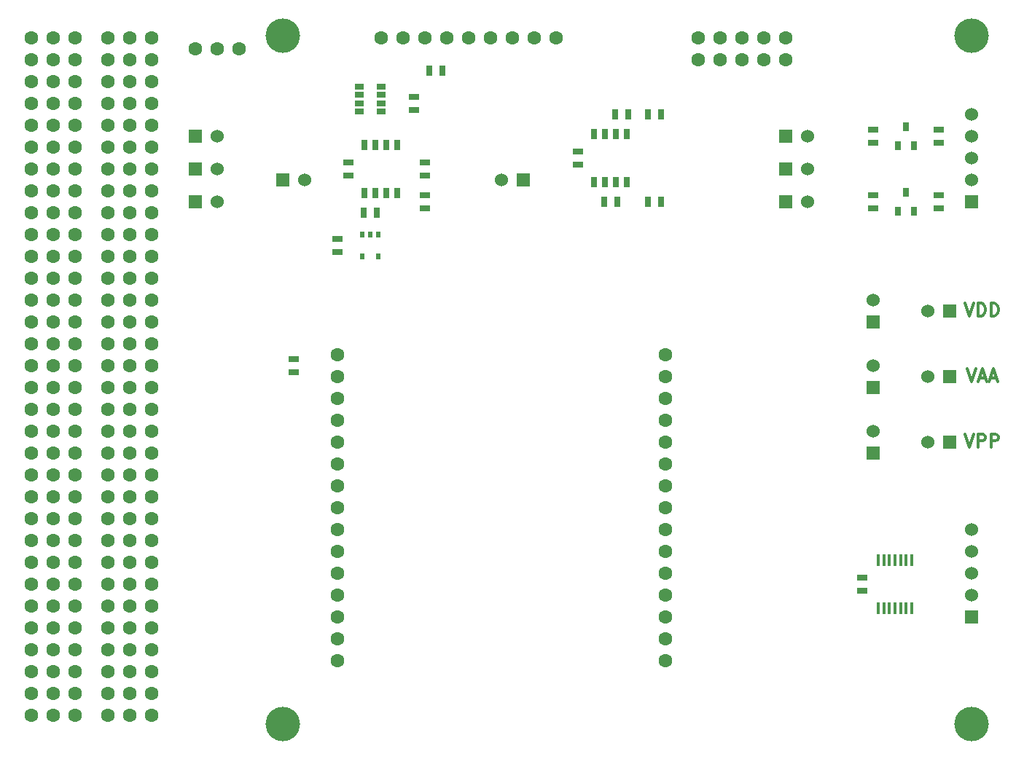
<source format=gts>
G04 (created by PCBNEW (2013-05-31 BZR 4019)-stable) date 8/21/2013 10:35:06 AM*
%MOIN*%
G04 Gerber Fmt 3.4, Leading zero omitted, Abs format*
%FSLAX34Y34*%
G01*
G70*
G90*
G04 APERTURE LIST*
%ADD10C,0.00590551*%
%ADD11C,0.011811*%
%ADD12C,0.0629921*%
%ADD13R,0.017X0.055*%
%ADD14R,0.02X0.03*%
%ADD15R,0.0315X0.0394*%
%ADD16R,0.025X0.05*%
%ADD17R,0.045X0.025*%
%ADD18R,0.025X0.045*%
%ADD19R,0.06X0.06*%
%ADD20C,0.06*%
%ADD21R,0.0394X0.0276*%
%ADD22C,0.15748*%
G04 APERTURE END LIST*
G54D10*
G54D11*
X65212Y-29148D02*
X65409Y-29739D01*
X65606Y-29148D01*
X65803Y-29739D02*
X65803Y-29148D01*
X66028Y-29148D01*
X66084Y-29176D01*
X66112Y-29204D01*
X66140Y-29260D01*
X66140Y-29345D01*
X66112Y-29401D01*
X66084Y-29429D01*
X66028Y-29457D01*
X65803Y-29457D01*
X66393Y-29739D02*
X66393Y-29148D01*
X66618Y-29148D01*
X66674Y-29176D01*
X66703Y-29204D01*
X66731Y-29260D01*
X66731Y-29345D01*
X66703Y-29401D01*
X66674Y-29429D01*
X66618Y-29457D01*
X66393Y-29457D01*
X65296Y-26148D02*
X65493Y-26739D01*
X65690Y-26148D01*
X65859Y-26570D02*
X66140Y-26570D01*
X65803Y-26739D02*
X66000Y-26148D01*
X66196Y-26739D01*
X66365Y-26570D02*
X66646Y-26570D01*
X66309Y-26739D02*
X66506Y-26148D01*
X66703Y-26739D01*
X65212Y-23148D02*
X65409Y-23739D01*
X65606Y-23148D01*
X65803Y-23739D02*
X65803Y-23148D01*
X65943Y-23148D01*
X66028Y-23176D01*
X66084Y-23232D01*
X66112Y-23289D01*
X66140Y-23401D01*
X66140Y-23485D01*
X66112Y-23598D01*
X66084Y-23654D01*
X66028Y-23710D01*
X65943Y-23739D01*
X65803Y-23739D01*
X66393Y-23739D02*
X66393Y-23148D01*
X66534Y-23148D01*
X66618Y-23176D01*
X66674Y-23232D01*
X66703Y-23289D01*
X66731Y-23401D01*
X66731Y-23485D01*
X66703Y-23598D01*
X66674Y-23654D01*
X66618Y-23710D01*
X66534Y-23739D01*
X66393Y-23739D01*
G54D12*
X22500Y-18000D03*
X22500Y-19000D03*
X22500Y-17000D03*
X22500Y-13000D03*
X22500Y-14000D03*
X22500Y-12000D03*
X23500Y-30000D03*
X23500Y-29000D03*
X23500Y-28000D03*
X23500Y-27000D03*
X23500Y-31000D03*
X23500Y-32000D03*
X23500Y-33000D03*
X23500Y-34000D03*
X23500Y-42000D03*
X23500Y-41000D03*
X23500Y-40000D03*
X23500Y-39000D03*
X23500Y-35000D03*
X23500Y-36000D03*
X23500Y-37000D03*
X23500Y-38000D03*
X23500Y-22000D03*
X23500Y-21000D03*
X23500Y-20000D03*
X23500Y-19000D03*
X23500Y-23000D03*
X23500Y-24000D03*
X23500Y-25000D03*
X23500Y-26000D03*
X23500Y-18000D03*
X23500Y-17000D03*
X23500Y-16000D03*
X23500Y-15000D03*
X24500Y-11000D03*
X24500Y-12000D03*
X24500Y-13000D03*
X24500Y-14000D03*
X24500Y-15000D03*
X24500Y-16000D03*
X24500Y-17000D03*
X24500Y-18000D03*
X24500Y-19000D03*
X24500Y-20000D03*
X24500Y-21000D03*
X24500Y-22000D03*
X24500Y-23000D03*
X24500Y-24000D03*
X24500Y-25000D03*
X24500Y-26000D03*
X24500Y-27000D03*
X24500Y-28000D03*
X24500Y-29000D03*
X24500Y-30000D03*
X24500Y-31000D03*
X24500Y-32000D03*
X24500Y-33000D03*
X24500Y-34000D03*
X24500Y-35000D03*
X24500Y-36000D03*
X24500Y-37000D03*
X24500Y-38000D03*
X24500Y-39000D03*
X24500Y-40000D03*
X24500Y-41000D03*
X24500Y-42000D03*
X23500Y-11000D03*
X23500Y-12000D03*
X23500Y-13000D03*
X23500Y-14000D03*
X22500Y-11000D03*
X22500Y-15000D03*
X22500Y-16000D03*
X22500Y-20000D03*
X22500Y-21000D03*
X22500Y-22000D03*
X22500Y-23000D03*
X22500Y-24000D03*
X22500Y-25000D03*
X22500Y-26000D03*
X22500Y-27000D03*
X22500Y-28000D03*
X22500Y-29000D03*
X22500Y-30000D03*
X22500Y-31000D03*
X22500Y-32000D03*
X22500Y-33000D03*
X22500Y-34000D03*
X22500Y-35000D03*
X22500Y-36000D03*
X22500Y-37000D03*
X22500Y-38000D03*
X22500Y-39000D03*
X22500Y-40000D03*
X22500Y-41000D03*
X22500Y-42000D03*
X26000Y-18000D03*
X26000Y-19000D03*
X26000Y-17000D03*
X26000Y-13000D03*
X26000Y-14000D03*
X26000Y-12000D03*
X27000Y-30000D03*
X27000Y-29000D03*
X27000Y-28000D03*
X27000Y-27000D03*
X27000Y-31000D03*
X27000Y-32000D03*
X27000Y-33000D03*
X27000Y-34000D03*
X27000Y-42000D03*
X27000Y-41000D03*
X27000Y-40000D03*
X27000Y-39000D03*
X27000Y-35000D03*
X27000Y-36000D03*
X27000Y-37000D03*
X27000Y-38000D03*
X27000Y-22000D03*
X27000Y-21000D03*
X27000Y-20000D03*
X27000Y-19000D03*
X27000Y-23000D03*
X27000Y-24000D03*
X27000Y-25000D03*
X27000Y-26000D03*
X27000Y-18000D03*
X27000Y-17000D03*
X27000Y-16000D03*
X27000Y-15000D03*
X28000Y-11000D03*
X28000Y-12000D03*
X28000Y-13000D03*
X28000Y-14000D03*
X28000Y-15000D03*
X28000Y-16000D03*
X28000Y-17000D03*
X28000Y-18000D03*
X28000Y-19000D03*
X28000Y-20000D03*
X28000Y-21000D03*
X28000Y-22000D03*
X28000Y-23000D03*
X28000Y-24000D03*
X28000Y-25000D03*
X28000Y-26000D03*
X28000Y-27000D03*
X28000Y-28000D03*
X28000Y-29000D03*
X28000Y-30000D03*
X28000Y-31000D03*
X28000Y-32000D03*
X28000Y-33000D03*
X28000Y-34000D03*
X28000Y-35000D03*
X28000Y-36000D03*
X28000Y-37000D03*
X28000Y-38000D03*
X28000Y-39000D03*
X28000Y-40000D03*
X28000Y-41000D03*
X28000Y-42000D03*
X27000Y-11000D03*
X27000Y-12000D03*
X27000Y-13000D03*
X27000Y-14000D03*
X26000Y-11000D03*
X26000Y-15000D03*
X26000Y-16000D03*
X26000Y-20000D03*
X26000Y-21000D03*
X26000Y-22000D03*
X26000Y-23000D03*
X26000Y-24000D03*
X26000Y-25000D03*
X26000Y-26000D03*
X26000Y-27000D03*
X26000Y-28000D03*
X26000Y-29000D03*
X26000Y-30000D03*
X26000Y-31000D03*
X26000Y-32000D03*
X26000Y-33000D03*
X26000Y-34000D03*
X26000Y-35000D03*
X26000Y-36000D03*
X26000Y-37000D03*
X26000Y-38000D03*
X26000Y-39000D03*
X26000Y-40000D03*
X26000Y-41000D03*
X26000Y-42000D03*
X30000Y-11500D03*
X31000Y-11500D03*
X32000Y-11500D03*
G54D13*
X61240Y-37100D03*
X61490Y-37100D03*
X61750Y-37100D03*
X62000Y-37100D03*
X62260Y-37100D03*
X62515Y-37100D03*
X62770Y-37100D03*
X62770Y-34900D03*
X62515Y-34900D03*
X62260Y-34900D03*
X62000Y-34900D03*
X61745Y-34900D03*
X61490Y-34900D03*
X61235Y-34900D03*
G54D14*
X38375Y-20000D03*
X37625Y-20000D03*
X38375Y-21000D03*
X38000Y-20000D03*
X37625Y-21000D03*
G54D15*
X62500Y-15067D03*
X62875Y-15933D03*
X62125Y-15933D03*
X62500Y-18067D03*
X62875Y-18933D03*
X62125Y-18933D03*
G54D16*
X37750Y-18100D03*
X38250Y-18100D03*
X38750Y-18100D03*
X39250Y-18100D03*
X39250Y-15900D03*
X38750Y-15900D03*
X38250Y-15900D03*
X37750Y-15900D03*
X48250Y-17600D03*
X48750Y-17600D03*
X49250Y-17600D03*
X49750Y-17600D03*
X49750Y-15400D03*
X49250Y-15400D03*
X48750Y-15400D03*
X48250Y-15400D03*
G54D17*
X64000Y-18800D03*
X64000Y-18200D03*
X37000Y-16700D03*
X37000Y-17300D03*
X36500Y-20800D03*
X36500Y-20200D03*
X40000Y-14300D03*
X40000Y-13700D03*
X47500Y-16200D03*
X47500Y-16800D03*
X61000Y-15800D03*
X61000Y-15200D03*
X61000Y-18800D03*
X61000Y-18200D03*
X64000Y-15800D03*
X64000Y-15200D03*
X60500Y-36300D03*
X60500Y-35700D03*
G54D18*
X41300Y-12500D03*
X40700Y-12500D03*
G54D17*
X40500Y-16700D03*
X40500Y-17300D03*
X34500Y-26300D03*
X34500Y-25700D03*
G54D18*
X51300Y-14500D03*
X50700Y-14500D03*
X51300Y-18500D03*
X50700Y-18500D03*
X49200Y-14500D03*
X49800Y-14500D03*
X48700Y-18500D03*
X49300Y-18500D03*
X38300Y-19000D03*
X37700Y-19000D03*
G54D17*
X40500Y-18800D03*
X40500Y-18200D03*
G54D19*
X65500Y-18500D03*
G54D20*
X65500Y-17500D03*
X65500Y-16500D03*
X65500Y-15500D03*
X65500Y-14500D03*
G54D19*
X65500Y-37500D03*
G54D20*
X65500Y-36500D03*
X65500Y-35500D03*
X65500Y-34500D03*
X65500Y-33500D03*
G54D19*
X64500Y-29500D03*
G54D20*
X63500Y-29500D03*
G54D19*
X30000Y-18500D03*
G54D20*
X31000Y-18500D03*
G54D19*
X30000Y-17000D03*
G54D20*
X31000Y-17000D03*
G54D19*
X30000Y-15500D03*
G54D20*
X31000Y-15500D03*
G54D19*
X45000Y-17500D03*
G54D20*
X44000Y-17500D03*
G54D19*
X34000Y-17500D03*
G54D20*
X35000Y-17500D03*
G54D19*
X64500Y-23500D03*
G54D20*
X63500Y-23500D03*
G54D19*
X64500Y-26500D03*
G54D20*
X63500Y-26500D03*
G54D19*
X57000Y-15500D03*
G54D20*
X58000Y-15500D03*
G54D19*
X57000Y-17000D03*
G54D20*
X58000Y-17000D03*
G54D19*
X57000Y-18500D03*
G54D20*
X58000Y-18500D03*
G54D12*
X53000Y-12000D03*
X53000Y-11000D03*
X54000Y-12000D03*
X54000Y-11000D03*
X55000Y-12000D03*
X55000Y-11000D03*
X56000Y-12000D03*
X56000Y-11000D03*
X57000Y-12000D03*
X57000Y-11000D03*
X36500Y-25500D03*
X36500Y-26500D03*
X36500Y-27500D03*
X36500Y-28500D03*
X36500Y-29500D03*
X36500Y-30500D03*
X36500Y-31500D03*
X36500Y-32500D03*
X36500Y-33500D03*
X36500Y-34500D03*
X36500Y-35500D03*
X36500Y-36500D03*
X36500Y-37500D03*
X36500Y-38500D03*
X36500Y-39500D03*
X51500Y-39500D03*
X51500Y-38500D03*
X51500Y-37500D03*
X51500Y-36500D03*
X51500Y-35500D03*
X51500Y-34500D03*
X51500Y-33500D03*
X51500Y-32500D03*
X51500Y-31500D03*
X51500Y-30500D03*
X51500Y-29500D03*
X51500Y-28500D03*
X51500Y-27500D03*
X51500Y-26500D03*
X51500Y-25500D03*
G54D19*
X61000Y-30000D03*
G54D20*
X61000Y-29000D03*
G54D19*
X61000Y-24000D03*
G54D20*
X61000Y-23000D03*
G54D19*
X61000Y-27000D03*
G54D20*
X61000Y-26000D03*
G54D12*
X38500Y-11000D03*
X39500Y-11000D03*
X40500Y-11000D03*
X41500Y-11000D03*
X42500Y-11000D03*
X43500Y-11000D03*
X44500Y-11000D03*
X45500Y-11000D03*
X46500Y-11000D03*
G54D21*
X37500Y-14375D03*
X37500Y-14000D03*
X37500Y-13625D03*
X38500Y-13625D03*
X38500Y-14000D03*
X38500Y-14375D03*
X37500Y-13250D03*
X38500Y-13250D03*
G54D22*
X65500Y-42400D03*
X65500Y-10900D03*
X34000Y-42400D03*
X34000Y-10900D03*
M02*

</source>
